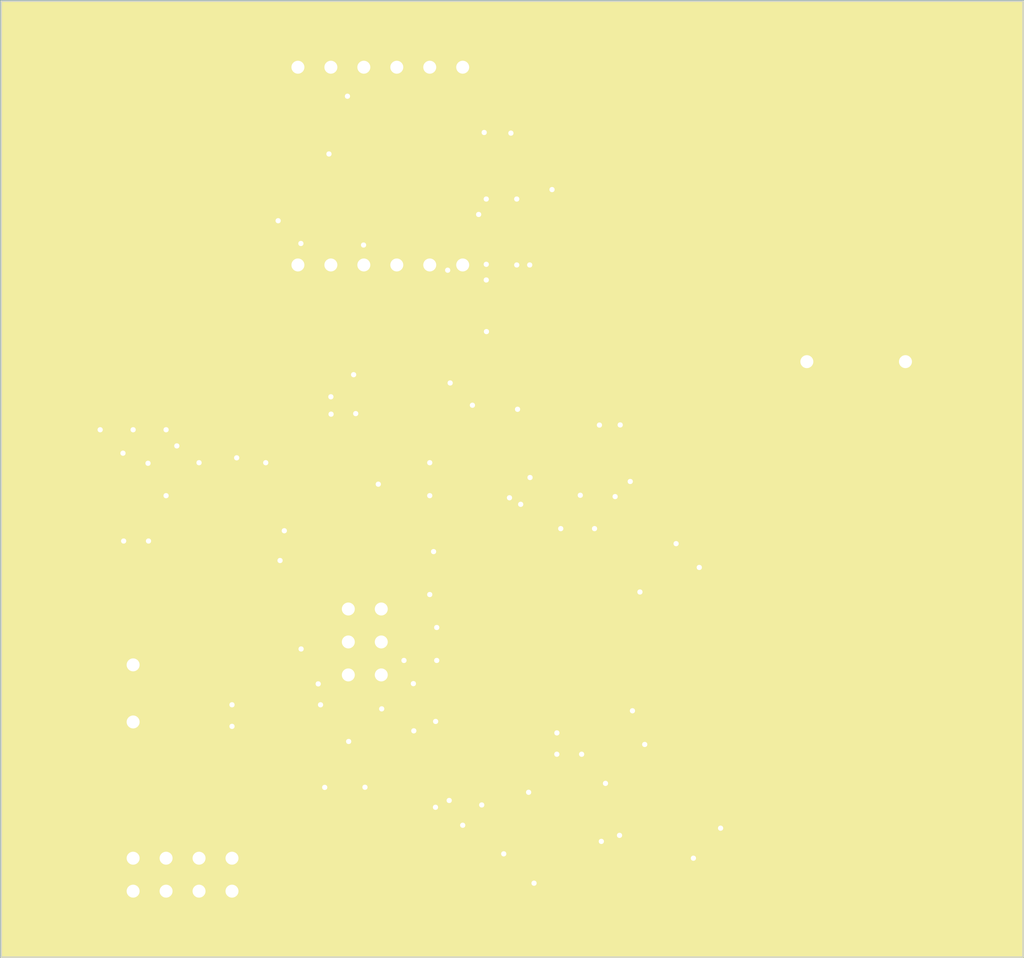
<source format=kicad_pcb>
(kicad_pcb (version 20221018) (generator pcbnew)
  (layers (0 "F.Cu" signal) (31 "B.Cu" signal) (34 "B.Paste" user) (35 "F.Paste" user) (36 "B.SilkS" user "B.Silkscreen") (37 "F.SilkS" user "F.Silkscreen") (38 "B.Mask" user) (39 "F.Mask" user) (44 "Edge.Cuts" user))
  (net 0 "")
  (net 1 "+5V")
  (net 2 "GND")
  (net 3 "XTAL1")
  (net 4 "XTAL2")
  (net 5 "/UCAP")
  (net 6 "/AREF")
  (net 7 "+3.3V")
  (net 8 "Net-(U5-BP)")
  (net 9 "Net-(D1-A)")
  (net 10 "Net-(D2-A)")
  (net 11 "Net-(D3-A)")
  (net 12 "Net-(J2-VBUS)")
  (net 13 "MISO")
  (net 14 "SCK")
  (net 15 "MOSI")
  (net 16 "RST")
  (net 17 "Net-(J2-D-)")
  (net 18 "Net-(J2-D+)")
  (net 20 "unconnected-(J2-Shield-Pad6)")
  (net 21 "TX")
  (net 23 "Net-(J3-Pin_5)")
  (net 24 "RX")
  (net 25 "Buzzer")
  (net 26 "Button_1")
  (net 27 "Button_2")
  (net 28 "RED_LED")
  (net 29 "GREEN_LED")
  (net 30 "a")
  (net 31 "Net-(U1-a)")
  (net 32 "b")
  (net 33 "Net-(U1-b)")
  (net 34 "c")
  (net 35 "Net-(U1-c)")
  (net 36 "d")
  (net 37 "Net-(U1-d)")
  (net 38 "e")
  (net 39 "Net-(U1-e)")
  (net 40 "f")
  (net 41 "Net-(U1-f)")
  (net 42 "g")
  (net 43 "Net-(U1-g)")
  (net 44 "dp")
  (net 45 "Net-(U1-DPX)")
  (net 46 "USB_CONN_D+")
  (net 47 "USB_CONN_D-")
  (net 52 "Dig4")
  (net 53 "Dig3")
  (net 54 "Dig2")
  (net 55 "Dig1")
  (net 57 "SH_CP")
  (net 58 "ST_CP")
  (net 59 "DS")
  (net 60 "USB_D-")
  (net 61 "USB_D+")
  (footprint "Buzzer_Beeper:Buzzer_12x9.5RM7.6" (layer "F.Cu") (at 161.142515 68.412123)
    (fp_text reference "LS1")
    (fp_text value "Speaker")
  )
  (footprint "Capacitor_SMD:C_0603_1608Metric" (layer "F.Cu") (at 137.110835 76.752452 -90)
    (fp_text reference "C6")
    (fp_text value "0.1uF")
  )
  (footprint "Resistor_SMD:R_0805_2012Metric" (layer "F.Cu") (at 121.0075 66.04)
    (fp_text reference "R9")
    (fp_text value "100")
  )
  (footprint "Capacitor_SMD:C_0603_1608Metric" (layer "F.Cu") (at 109.98941 85.622526)
    (fp_text reference "C15")
    (fp_text value "10nF")
  )
  (footprint "Capacitor_SMD:C_0603_1608Metric" (layer "F.Cu") (at 149.085 81.28)
    (fp_text reference "C3")
    (fp_text value "22p")
  )
  (footprint "Resistor_SMD:R_0805_2012Metric" (layer "F.Cu") (at 152.4 103.2275 -90)
    (fp_text reference "R2")
    (fp_text value "10k")
  )
  (footprint "Resistor_SMD:R_0805_2012Metric" (layer "F.Cu") (at 134.10728 66.113747)
    (fp_text reference "R6")
    (fp_text value "100")
  )
  (footprint "Resistor_SMD:R_0603_1608Metric" (layer "F.Cu") (at 117.677836 77.782581)
    (fp_text reference "R16")
    (fp_text value "1k")
  )
  (footprint "Capacitor_SMD:C_0603_1608Metric" (layer "F.Cu") (at 105.298444 85.524196)
    (fp_text reference "C14")
    (fp_text value "2.2uF")
  )
  (footprint "Fuse:Fuse_1812_4532Metric" (layer "F.Cu") (at 116.314683 83.092393)
    (fp_text reference "F1")
    (fp_text value "PTCSMD")
  )
  (footprint "Resistor_SMD:R_0805_2012Metric" (layer "F.Cu") (at 125.325443 66.04)
    (fp_text reference "R8")
    (fp_text value "100")
  )
  (footprint "Capacitor_SMD:C_0603_1608Metric" (layer "F.Cu") (at 169.405 78.74)
    (fp_text reference "C5")
    (fp_text value "0.1uF")
  )
  (footprint "Package_TO_SOT_SMD:SOT-23-5" (layer "F.Cu") (at 107.8175 79.69)
    (fp_text reference "U5")
    (fp_text value "LP2985-3.3")
  )
  (footprint "Capacitor_SMD:C_0603_1608Metric" (layer "F.Cu") (at 120.155 99.06 180)
    (fp_text reference "C7")
    (fp_text value "0.1uF")
  )
  (footprint "Connector_PinSocket_2.54mm:PinSocket_2x03_P2.54mm_Vertical" (layer "F.Cu") (at 125.804591 92.554388 180)
    (fp_text reference "J1")
    (fp_text value "AVR-ISP-6")
  )
  (footprint "Resistor_SMD:R_0603_1608Metric" (layer "F.Cu") (at 116.676116 94.242212)
    (fp_text reference "R14")
    (fp_text value "22")
  )
  (footprint "Capacitor_SMD:C_0805_2012Metric" (layer "F.Cu") (at 124.033382 81.509436)
    (fp_text reference "C8")
    (fp_text value "10uF")
  )
  (footprint "Connector_PinSocket_2.54mm:PinSocket_2x04_P2.54mm_Vertical" (layer "F.Cu") (at 116.84 109.22 -90)
    (fp_text reference "J3")
    (fp_text value "ESP_Conn")
  )
  (footprint "Resistor_SMD:R_0603_1608Metric" (layer "F.Cu") (at 129.720271 101.272233)
    (fp_text reference "R13")
    (fp_text value "10k")
  )
  (footprint "LED_SMD:LED_0805_2012Metric" (layer "F.Cu") (at 154.023924 71.388766)
    (fp_text reference "D2")
    (fp_text value "LED")
  )
  (footprint "Package_SO:TSSOP-16_4.4x5mm_P0.65mm" (layer "F.Cu") (at 127 76.2)
    (fp_text reference "U2")
    (fp_text value "74HC595")
  )
  (footprint "Resistor_SMD:R_0805_2012Metric" (layer "F.Cu") (at 152.4 93.0675 90)
    (fp_text reference "R1")
    (fp_text value "10k")
  )
  (footprint "Resistor_SMD:R_0805_2012Metric" (layer "F.Cu") (at 148.413357 76.255311)
    (fp_text reference "R3")
    (fp_text value "330")
  )
  (footprint "Capacitor_SMD:C_0603_1608Metric" (layer "F.Cu") (at 141.465 71.12)
    (fp_text reference "C12")
    (fp_text value "0.1uF")
  )
  (footprint "Capacitor_SMD:C_0603_1608Metric" (layer "F.Cu") (at 133.845 78.74)
    (fp_text reference "C10")
    (fp_text value "0.1uF")
  )
  (footprint "Resistor_SMD:R_0805_2012Metric" (layer "F.Cu") (at 116.598669 65.990835)
    (fp_text reference "R10")
    (fp_text value "100")
  )
  (footprint "Resistor_SMD:R_0805_2012Metric" (layer "F.Cu") (at 112.6725 66.04)
    (fp_text reference "R12")
    (fp_text value "100")
  )
  (footprint "Package_QFP:TQFP-44_10x10mm_P0.8mm" (layer "F.Cu") (at 139.7 88.9)
    (fp_text reference "U3")
    (fp_text value "ATmega32U4-A")
  )
  (footprint "Resistor_SMD:R_0603_1608Metric" (layer "F.Cu") (at 116.670532 92.275616)
    (fp_text reference "R15")
    (fp_text value "22")
  )
  (footprint "Resistor_SMD:R_0805_2012Metric" (layer "F.Cu") (at 154.0275 76.2)
    (fp_text reference "R4")
    (fp_text value "330")
  )
  (footprint "Display_7Segment:CA56-12EWA" (layer "F.Cu") (at 134.62 45.72 -90)
    (fp_text reference "U1")
    (fp_text value "CA56-12EWA")
  )
  (footprint "Crystal:Crystal_SMD_Abracon_ABM8G-4Pin_3.2x2.5mm" (layer "F.Cu") (at 144.204238 107.832996)
    (fp_text reference "Y1")
    (fp_text value "16MHz")
  )
  (footprint "Package_TO_SOT_SMD:SOT-23-6" (layer "F.Cu") (at 120.9043 93.275302)
    (fp_text reference "U4")
    (fp_text value "USBLC6-2SC6")
  )
  (footprint "PTS125_SMD_Button:PTS125_SMD_Button" (layer "F.Cu") (at 165.1 104)
    (fp_text reference "S2")
    (fp_text value "PTS125SM43SMTR21M_LFS" hide)
  )
  (footprint "Resistor_SMD:R_0603_1608Metric" (layer "F.Cu") (at 116.84352 103.076245)
    (fp_text reference "R17")
    (fp_text value "10k")
  )
  (footprint "Capacitor_SMD:C_0603_1608Metric" (layer "F.Cu") (at 107.455 71.12)
    (fp_text reference "C13")
    (fp_text value "1uF")
  )
  (footprint "LED_SMD:LED_0805_2012Metric" (layer "F.Cu") (at 117.7775 73.66)
    (fp_text reference "D3")
    (fp_text value "LED")
  )
  (footprint "Capacitor_SMD:C_0603_1608Metric" (layer "F.Cu") (at 137.935 104.14)
    (fp_text reference "C2")
    (fp_text value "22p")
  )
  (footprint "Capacitor_SMD:C_0603_1608Metric" (layer "F.Cu") (at 131.305 71.12)
    (fp_text reference "C1")
    (fp_text value "0.1u")
  )
  (footprint "Resistor_SMD:R_0805_2012Metric" (layer "F.Cu") (at 138.7875 66.04)
    (fp_text reference "R5")
    (fp_text value "100")
  )
  (footprint "Capacitor_SMD:C_0603_1608Metric" (layer "F.Cu") (at 130.315 83.82 180)
    (fp_text reference "C9")
    (fp_text value "1uF")
  )
  (footprint "Capacitor_SMD:C_0603_1608Metric" (layer "F.Cu") (at 153.972434 107.966294 90)
    (fp_text reference "C11")
    (fp_text value "0.1uF")
  )
  (footprint "Resistor_SMD:R_0805_2012Metric" (layer "F.Cu") (at 129.54 66.04)
    (fp_text reference "R7")
    (fp_text value "100")
  )
  (footprint "PTS125_SMD_Button:PTS125_SMD_Button" (layer "F.Cu") (at 165.1 88.9)
    (fp_text reference "S1")
    (fp_text value "PTS125SM43SMTR21M_LFS" hide)
  )
  (footprint "Resistor_SMD:R_0805_2012Metric" (layer "F.Cu") (at 142.636268 65.917087)
    (fp_text reference "R11")
    (fp_text value "100")
  )
  (footprint "Connector_USB:USB_Mini-B_Lumberg_2486_01_Horizontal" (layer "F.Cu") (at 109.22 93.98 -90)
    (fp_text reference "J2")
    (fp_text value "USB_B_Mini")
  )
  (footprint "Capacitor_SMD:C_0603_1608Metric" (layer "F.Cu") (at 151.625 88.9)
    (fp_text reference "C4")
    (fp_text value "0.1uF")
  )
  (footprint "LED_SMD:LED_0805_2012Metric" (layer "F.Cu") (at 148.616346 71.444077)
    (fp_text reference "D1")
    (fp_text value "LED")
  )
  (footprint "PTS526_SMD_Button:PTS526_SMD_Button" (layer "F.Cu") (at 130 108.53)
    (fp_text reference "S3")
    (fp_text value "PTS526_SM08_SMTR2_LFS")
  )
  (gr_rect (start 99.06 40.64) (end 177.8 114.3) (stroke (width 0.2)) (fill none) (layer "B.Cu"))
  (gr_rect (start 99.06 40.64) (end 177.8 114.3) (stroke (width 0.15)) (fill none) (layer "F.SilkS"))
  (gr_rect (start 99.06 40.64) (end 177.8 114.3) (stroke (width 0.1)) (fill none) (layer "Edge.Cuts"))
  (gr_text "Board V1 - 04.20" (at 162.56 43.18) (layer "F.SilkS") (effects (font (size 1 1)) (justify left bottom)))
  (segment (start 155.198198 84.551802) (end 154.165 85.585) (width 0.25) (layer "F.Cu") (net 1))
  (segment (start 118.452183 83.092393) (end 120.7543 85.39451) (width 0.25) (layer "F.Cu") (net 1))
  (segment (start 106.68 80.64) (end 107.620749 80.64) (width 0.25) (layer "F.Cu") (net 1))
  (segment (start 147.65 92.1) (end 145.4 92.1) (width 0.25) (layer "F.Cu") (net 1))
  (segment (start 137.3 94.6) (end 137.3 101.362233) (width 0.25) (layer "F.Cu") (net 1))
  (segment (start 107.922498 77.497501) (end 109.176298 76.243702) (width 0.25) (layer "F.Cu") (net 1))
  (segment (start 132.08 76.296041) (end 130.551041 77.825) (width 0.25) (layer "F.Cu") (net 1))
  (segment (start 132.221616 102.030375) (end 132.020291 102.2317) (width 0.25) (layer "F.Cu") (net 1))
  (segment (start 121.821295 99.06) (end 123.984551 101.223256) (width 0.25) (layer "F.Cu") (net 1))
  (segment (start 128.376617 95.170508) (end 128.344591 95.138482) (width 0.25) (layer "F.Cu") (net 1))
  (segment (start 143.7 78.727106) (end 143.682277 78.709383) (width 0.25) (layer "F.Cu") (net 1))
  (segment (start 125.830967 97.689033) (end 125.830967 97.683382) (width 0.25) (layer "F.Cu") (net 1))
  (segment (start 133.578967 102.2317) (end 133.377642 102.030375) (width 0.25) (layer "F.Cu") (net 1))
  (segment (start 138.225016 77.091633) (end 137.110835 75.977452) (width 0.25) (layer "F.Cu") (net 1))
  (segment (start 108.437717 75.466882) (end 109.590361 75.466882) (width 0.25) (layer "F.Cu") (net 1))
  (segment (start 167.64 81.28) (end 155.456396 81.28) (width 0.25) (layer "F.Cu") (net 1))
  (segment (start 157.95 91.4) (end 157.95 89.37) (width 0.25) (layer "F.Cu") (net 1))
  (segment (start 114.3 76.2) (end 115.270255 76.2) (width 0.25) (layer "F.Cu") (net 1))
  (segment (start 107.944349 77.519352) (end 107.922498 77.497501) (width 0.25) (layer "F.Cu") (net 1))
  (segment (start 129.854738 102.2317) (end 128.895271 101.272233) (width 0.25) (layer "F.Cu") (net 1))
  (segment (start 129.8625 71.7875) (end 129.8625 73.925) (width 0.25) (layer "F.Cu") (net 1))
  (segment (start 167.64 81.28) (end 168.63 80.29) (width 0.25) (layer "F.Cu") (net 1))
  (segment (start 122.426051 93.275302) (end 123.130749 93.98) (width 0.25) (layer "F.Cu") (net 1))
  (segment (start 130.53 71.12) (end 129.8625 71.7875) (width 0.25) (layer "F.Cu") (net 1))
  (segment (start 120.93 99.06) (end 121.821295 99.06) (width 0.25) (layer "F.Cu") (net 1))
  (segment (start 115.270255 76.2) (end 116.852836 77.782581) (width 0.25) (layer "F.Cu") (net 1))
  (segment (start 116.852836 77.782581) (end 120.514138 81.443883) (width 0.25) (layer "F.Cu") (net 1))
  (segment (start 132.020291 102.2317) (end 129.854738 102.2317) (width 0.25) (layer "F.Cu") (net 1))
  (segment (start 168.63 78.74) (end 168.63 80.29) (width 0.25) (layer "F.Cu") (net 1))
  (segment (start 155.456396 81.28) (end 155.198198 81.538198) (width 0.25) (layer "F.Cu") (net 1))
  (segment (start 120.7543 92.434602) (end 121.595 93.275302) (width 0.25) (layer "F.Cu") (net 1))
  (segment (start 128.895271 101.272233) (end 127.147306 101.272233) (width 0.25) (layer "F.Cu") (net 1))
  (segment (start 123.130749 93.98) (end 126.918979 93.98) (width 0.25) (layer "F.Cu") (net 1))
  (segment (start 137.110835 75.977452) (end 135.832548 75.977452) (width 0.25) (layer "F.Cu") (net 1))
  (segment (start 120.543194 83.738246) (end 119.098036 83.738246) (width 0.25) (layer "F.Cu") (net 1))
  (segment (start 120.936513 81.509436) (end 120.87096 81.443883) (width 0.25) (layer "F.Cu") (net 1))
  (segment (start 128.344591 95.138482) (end 128.344591 92.554388) (width 0.25) (layer "F.Cu") (net 1))
  (segment (start 107.620749 80.64) (end 107.944349 80.3164) (width 0.25) (layer "F.Cu") (net 1))
  (segment (start 121.595 93.275302) (end 122.0418 93.275302) (width 0.25) (layer "F.Cu") (net 1))
  (segment (start 127.147306 101.272233) (end 127.087404 101.212331) (width 0.25) (layer "F.Cu") (net 1))
  (segment (start 138.225016 78.9025) (end 138.225016 77.091633) (width 0.25) (layer "F.Cu") (net 1))
  (segment (start 106.68 71.12) (end 106.68 73.66) (width 0.25) (layer "F.Cu") (net 1))
  (segment (start 120.7543 85.39451) (end 120.7543 92.434602) (width 0.25) (layer "F.Cu") (net 1))
  (segment (start 130.551041 77.825) (end 129.8625 77.825) (width 0.25) (layer "F.Cu") (net 1))
  (segment (start 120.514138 81.443883) (end 120.87096 81.443883) (width 0.25) (layer "F.Cu") (net 1))
  (segment (start 126.918979 93.98) (end 128.344591 92.554388) (width 0.25) (layer "F.Cu") (net 1))
  (segment (start 156.213728 106.5) (end 157.95 106.5) (width 0.25) (layer "F.Cu") (net 1))
  (segment (start 106.68 78.74) (end 107.922498 77.497501) (width 0.25) (layer "F.Cu") (net 1))
  (segment (start 123.984551 101.223256) (end 123.984551 99.535449) (width 0.25) (layer "F.Cu") (net 1))
  (segment (start 123.984551 99.535449) (end 125.830967 97.689033) (width 0.25) (layer "F.Cu") (net 1))
  (segment (start 154.165 85.585) (end 150.85 88.9) (width 0.25) (layer "F.Cu") (net 1))
  (segment (start 133.07 78.74) (end 132.08 78.74) (width 0.25) (layer "F.Cu") (net 1))
  (segment (start 135.832548 75.977452) (end 133.07 78.74) (width 0.25) (layer "F.Cu") (net 1))
  (segment (start 137.3 101.362233) (end 136.086378 102.575855) (width 0.25) (layer "F.Cu") (net 1))
  (segment (start 123.083382 81.509436) (end 120.936513 81.509436) (width 0.25) (layer "F.Cu") (net 1))
  (segment (start 109.176298 76.243702) (end 110.367181 76.243702) (width 0.25) (layer "F.Cu") (net 1))
  (segment (start 109.590361 75.466882) (end 110.367181 76.243702) (width 0.25) (layer "F.Cu") (net 1))
  (segment (start 119.098036 83.738246) (end 118.452183 83.092393) (width 0.25) (layer "F.Cu") (net 1))
  (segment (start 133.377642 102.030375) (end 132.221616 102.030375) (width 0.25) (layer "F.Cu") (net 1))
  (segment (start 157.95 89.37) (end 154.165 85.585) (width 0.25) (layer "F.Cu") (net 1))
  (segment (start 150.85 88.9) (end 147.65 92.1) (width 0.25) (layer "F.Cu") (net 1))
  (segment (start 132.08 76.2) (end 132.08 76.296041) (width 0.25) (layer "F.Cu") (net 1))
  (segment (start 153.972434 108.741294) (end 156.213728 106.5) (width 0.25) (layer "F.Cu") (net 1))
  (segment (start 155.198198 81.538198) (end 155.198198 84.551802) (width 0.25) (layer "F.Cu") (net 1))
  (segment (start 107.944349 80.3164) (end 107.944349 77.519352) (width 0.25) (layer "F.Cu") (net 1))
  (segment (start 122.0418 93.275302) (end 122.426051 93.275302) (width 0.25) (layer "F.Cu") (net 1))
  (segment (start 143.7 83.2) (end 143.7 78.727106) (width 0.25) (layer "F.Cu") (net 1))
  (via (at 123.984551 101.223256) (size 0.8) (drill 0.4) (layers "F.Cu" "B.Cu") (net 1))
  (via (at 132.08 76.2) (size 0.8) (drill 0.4) (layers "F.Cu" "B.Cu") (net 1))
  (via (at 120.543194 83.738246) (size 0.8) (drill 0.4) (layers "F.Cu" "B.Cu") (net 1))
  (via (at 143.682277 78.709383) (size 0.8) (drill 0.4) (layers "F.Cu" "B.Cu") (net 1))
  (via (at 132.08 78.74) (size 0.8) (drill 0.4) (layers "F.Cu" "B.Cu") (net 1))
  (via (at 133.578967 102.2317) (size 0.8) (drill 0.4) (layers "F.Cu" "B.Cu") (net 1))
  (via (at 120.87096 81.443883) (size 0.8) (drill 0.4) (layers "F.Cu" "B.Cu") (net 1))
  (via (at 110.367181 76.243702) (size 0.8) (drill 0.4) (layers "F.Cu" "B.Cu") (net 1))
  (via (at 136.086378 102.575855) (size 0.8) (drill 0.4) (layers "F.Cu" "B.Cu") (net 1))
  (via (at 106.68 73.66) (size 0.8) (drill 0.4) (layers "F.Cu" "B.Cu") (net 1))
  (via (at 114.3 76.2) (size 0.8) (drill 0.4) (layers "F.Cu" "B.Cu") (net 1))
  (via (at 127.087404 101.212331) (size 0.8) (drill 0.4) (layers "F.Cu" "B.Cu") (net 1))
  (via (at 138.225016 78.9025) (size 0.8) (drill 0.4) (layers "F.Cu" "B.Cu") (net 1))
  (via (at 128.376617 95.170508) (size 0.8) (drill 0.4) (layers "F.Cu" "B.Cu") (net 1))
  (via (at 125.830967 97.683382) (size 0.8) (drill 0.4) (layers "F.Cu" "B.Cu") (net 1))
  (via (at 108.437717 75.466882) (size 0.8) (drill 0.4) (layers "F.Cu" "B.Cu") (net 1))
  (segment (start 125.830967 97.683382) (end 128.343841 95.170508) (width 0.25) (layer "B.Cu") (net 1))
  (segment (start 143.682277 78.709383) (end 142.260203 80.131457) (width 0.25) (layer "B.Cu") (net 1))
  (segment (start 132.08 78.74) (end 132.08 76.2) (width 0.25) (layer "B.Cu") (net 1))
  (segment (start 128.343841 95.170508) (end 128.376617 95.170508) (width 0.25) (layer "B.Cu") (net 1))
  (segment (start 127.087404 101.212331) (end 123.995476 101.212331) (width 0.25) (layer "B.Cu") (net 1))
  (segment (start 136.086378 102.575855) (end 135.742223 102.2317) (width 0.25) (layer "B.Cu") (net 1))
  (segment (start 120.87096 83.41048) (end 120.543194 83.738246) (width 0.25) (layer "B.Cu") (net 1))
  (segment (start 123.995476 101.212331) (end 123.984551 101.223256) (width 0.25) (layer "B.Cu") (net 1))
  (segment (start 138.225016 79.568609) (end 138.225016 78.9025) (width 0.25) (layer "B.Cu") (net 1))
  (segment (start 110.410883 76.2) (end 114.3 76.2) (width 0.25) (layer "B.Cu") (net 1))
  (segment (start 138.787864 80.131457) (end 138.225016 79.568609) (width 0.25) (layer "B.Cu") (net 1))
  (segment (start 135.742223 102.2317) (end 133.578967 102.2317) (width 0.25) (layer "B.Cu") (net 1))
  (segment (start 108.437717 75.417717) (end 108.437717 75.466882) (width 0.25) (layer "B.Cu") (net 1))
  (segment (start 142.260203 80.131457) (end 138.787864 80.131457) (width 0.25) (layer "B.Cu") (net 1))
  (segment (start 120.87096 81.443883) (end 120.87096 83.41048) (width 0.25) (layer "B.Cu") (net 1))
  (segment (start 106.68 73.66) (end 108.437717 75.417717) (width 0.25) (layer "B.Cu") (net 1))
  (segment (start 110.367181 76.243702) (end 110.410883 76.2) (width 0.25) (layer "B.Cu") (net 1))
  (segment (start 116.84 73.66) (end 116.84 75.462338) (width 0.25) (layer "F.Cu") (net 2))
  (segment (start 145.156743 73.299457) (end 142.9 75.5562) (width 0.25) (layer "F.Cu") (net 2))
  (segment (start 128.079436 81.509436) (end 128.695 82.125) (width 0.25) (layer "F.Cu") (net 2))
  (segment (start 151.655 92.9) (end 145.4 92.9) (width 0.25) (layer "F.Cu") (net 2))
  (segment (start 124.629591 88.568367) (end 124.629591 86.190409) (width 0.25) (layer "F.Cu") (net 2))
  (segment (start 121.7145 78.475) (end 124.1375 78.475) (width 0.25) (layer "F.Cu") (net 2))
  (segment (start 137.110835 77.527452) (end 135.898287 78.74) (width 0.25) (layer "F.Cu") (net 2))
  (segment (start 170.18 78.74) (end 170.18 69.849608) (width 0.25) (layer "F.Cu") (net 2))
  (segment (start 119.38 99.06) (end 117.78 99.06) (width 0.25) (layer "F.Cu") (net 2))
  (segment (start 136.425 82.125) (end 136.5 82.2) (width 0.25) (layer "F.Cu") (net 2))
  (segment (start 106.68 79.69) (end 106.295749 79.69) (width 0.25) (layer "F.Cu") (net 2))
  (segment (start 152.4 88.9) (end 152.4 92.155) (width 0.25) (layer "F.Cu") (net 2))
  (segment (start 142.9 75.5562) (end 142.9 83.2) (width 0.25) (layer "F.Cu") (net 2))
  (segment (start 119.4395 76.2) (end 121.7145 78.475) (width 0.25) (layer "F.Cu") (net 2))
  (segment (start 136.5 82.2) (end 136.5 83.2) (width 0.25) (layer "F.Cu") (net 2))
  (segment (start 108.23 71.12) (end 109.22 72.11) (width 0.25) (layer "F.Cu") (net 2))
  (segment (start 146.653542 73.288531) (end 146.758205 73.288531) (width 0.25) (layer "F.Cu") (net 2))
  (segment (start 142.24 71.12) (end 144.419457 73.299457) (width 0.25) (layer "F.Cu") (net 2))
  (segment (start 137.16 104.14) (end 138.1 103.2) (width 0.25) (layer "F.Cu") (net 2))
  (segment (start 137.16 104.14) (end 134.62 104.14) (width 0.25) (layer "F.Cu") (net 2))
  (segment (start 116.84 75.462338) (end 117.200355 75.822693) (width 0.25) (layer "F.Cu") (net 2))
  (segment (start 144.419457 73.299457) (end 145.156743 73.299457) (width 0.25) (layer "F.Cu") (net 2))
  (segment (start 145.304238 108.682996) (end 147.857004 108.682996) (width 0.25) (layer "F.Cu") (net 2))
  (segment (start 129.54 82.97) (end 128.695 82.125) (width 0.25) (layer "F.Cu") (net 2))
  (segment (start 167.417515 67.087123) (end 157.388067 67.087123) (width 0.25) (layer "F.Cu") (net 2))
  (segment (start 132.587849 71.12) (end 133.653277 70.054572) (width 0.25) (layer "F.Cu") (net 2))
  (segment (start 106.073444 85.524196) (end 106.971774 86.422526) (width 0.25) (layer "F.Cu") (net 2))
  (segment (start 128.344591 87.474388) (end 127.169591 88.649388) (width 0.25) (layer "F.Cu") (net 2))
  (segment (start 111.76 73.66) (end 116.84 73.66) (width 0.25) (layer "F.Cu") (net 2))
  (segment (start 136.5 80.62) (end 136.5 83.2) (width 0.25) (layer "F.Cu") (net 2))
  (segment (start 113.832369 73.66) (end 116.84 73.66) (width 0.25) (layer "F.Cu") (net 2))
  (segment (start 119.59989 93.442212) (end 119.215639 93.442212) (width 0.25) (layer "F.Cu") (net 2))
  (segment (start 157.388067 67.087123) (end 153.086424 71.388766) (width 0.25) (layer "F.Cu") (net 2))
  (segment (start 143.104238 105.815762) (end 144.78 104.14) (width 0.25) (layer "F.Cu") (net 2))
  (segment (start 170.18 69.849608) (end 168.742515 68.412123) (width 0.25) (layer "F.Cu") (net 2))
  (segment (start 127.169591 88.649388) (end 124.710612 88.649388) (width 0.25) (layer "F.Cu") (net 2))
  (segment (start 106.295749 79.69) (end 105.6925 79.086751) (width 0.25) (layer "F.Cu") (net 2))
  (segment (start 119.215639 93.442212) (end 118.7793 93.878551) (width 0.25) (layer "F.Cu") (net 2))
  (segment (start 128.695 82.125) (end 136.425 82.125) (width 0.25) (layer "F.Cu") (net 2))
  (segment (start 138.1 103.2) (end 138.1 94.6) (width 0.25) (layer "F.Cu") (net 2))
  (segment (start 128.597296 106.68) (end 127 106.68) (width 0.25) (layer "F.Cu") (net 2))
  (segment (start 143.104238 106.982996) (end 143.104238 105.815762) (width 0.25) (layer "F.Cu") (net 2))
  (segment (start 129.54 83.82) (end 129.54 82.97) (width 0.25) (layer "F.Cu") (net 2))
  (segment (start 106.971774 86.422526) (end 109.96441 86.422526) (width 0.25) (layer "F.Cu") (net 2))
  (segment (start 119.7668 93.275302) (end 119.59989 93.442212) (width 0.25) (layer "F.Cu") (net 2))
  (segment (start 152.4 105.61886) (end 152.4 104.14) (width 0.25) (layer "F.Cu") (net 2))
  (segment (start 105.6925 79.086751) (end 105.6925 77.1875) (width 0.25) (layer "F.Cu") (net 2))
  (segment (start 153.972434 107.191294) (end 152.4 105.61886) (width 0.25) (layer "F.Cu") (net 2))
  (segment (start 144.78 104.14) (end 152.4 104.14) (width 0.25) (layer "F.Cu") (net 2))
  (segment (start 124.46 109.22) (end 127 106.68) (width 0.25) (layer "F.Cu") (net 2))
  (segment (start 109.22 72.11) (end 109.22 73.66) (width 0.25) (layer "F.Cu") (net 2))
  (segment (start 146.653542 72.469381) (end 146.653542 73.288531) (width 0.25) (layer "F.Cu") (net 2))
  (segment (start 118.7793 94.5807) (end 117.78 95.58) (width 0.25) (layer "F.Cu") (net 2))
  (segment (start 152.4 92.155) (end 151.655 92.9) (width 0.25) (layer "F.Cu") (net 2))
  (segment (start 109.96441 86.422526) (end 110.76441 85.622526) (width 0.25) (layer "F.Cu") (net 2))
  (segment (start 168.742515 68.412123) (end 167.417515 67.087123) (width 0.25) (layer "F.Cu") (net 2))
  (segment (start 147.857004 108.682996) (end 152.4 104.14) (width 0.25) (layer "F.Cu") (net 2))
  (segment (start 116.84 109.22) (end 124.46 109.22) (width 0.25) (layer "F.Cu") (net 2))
  (segment (start 118.7793 93.878551) (end 118.7793 94.5807) (width 0.25) (layer "F.Cu") (net 2))
  (segment (start 132.08 71.12) (end 132.587849 71.12) (width 0.25) (layer "F.Cu") (net 2))
  (segment (start 124.710612 88.649388) (end 124.629591 88.568367) (width 0.25) (layer "F.Cu") (net 2))
  (segment (start 117.78 95.58) (end 114.3 95.58) (width 0.25) (layer "F.Cu") (net 2))
  (segment (start 131.263468 75.875) (end 129.8625 75.875) (width 0.25) (layer "F.Cu") (net 2))
  (segment (start 110.76441 85.622526) (end 111.76 84.626936) (width 0.25) (layer "F.Cu") (net 2))
  (segment (start 135.368587 71.769881) (end 131.263468 75.875) (width 0.25) (layer "F.Cu") (net 2))
  (segment (start 111.76 84.626936) (end 111.76 78.74) (width 0.25) (layer "F.Cu") (net 2))
  (segment (start 147.678846 71.444077) (end 146.653542 72.469381) (width 0.25) (layer "F.Cu") (net 2))
  (segment (start 124.983382 81.509436) (end 128.079436 81.509436) (width 0.25) (layer "F.Cu") (net 2))
  (segment (start 135.898287 78.74) (end 134.62 78.74) (width 0.25) (layer "F.Cu") (net 2))
  (segment (start 112.587797 74.904572) (end 113.832369 73.66) (width 0.25) (layer "F.Cu") (net 2))
  (segment (start 132.521921 102.755375) (end 128.597296 106.68) (width 0.25) (layer "F.Cu") (net 2))
  (segment (start 124.629591 86.190409) (end 128.695 82.125) (width 0.25) (layer "F.Cu") (net 2))
  (segment (start 134.62 78.74) (end 136.5 80.62) (width 0.25) (layer "F.Cu") (net 2))
  (segment (start 105.6925 77.1875) (end 109.22 73.66) (width 0.25) (layer "F.Cu") (net 2))
  (segment (start 114.3 95.58) (end 111.92 95.58) (width 0.25) (layer "F.Cu") (net 2))
  (segment (start 117.78 99.06) (end 114.3 95.58) (width 0.25) (layer "F.Cu") (net 2))
  (via (at 109.22 73.66) (size 0.8) (drill 0.4) (layers "F.Cu" "B.Cu") (net 2))
  (via (at 132.521921 102.755375) (size 0.8) (drill 0.4) (layers "F.Cu" "B.Cu") (net 2))
  (via (at 112.587797 74.904572) (size 0.8) (drill 0.4) (layers "F.Cu" "B.Cu") (net 2))
  (via (at 134.62 104.14) (size 0.8) (drill 0.4) (layers "F.Cu" "B.Cu") (net 2))
  (via (at 135.368587 71.769881) (size 0.8) (drill 0.4) (layers "F.Cu" "B.Cu") (net 2))
  (via (at 119.4395 76.2) (size 0.8) (drill 0.4) (layers "F.Cu" "B.Cu") (net 2))
  (via (at 111.76 73.66) (size 0.8) (drill 0.4) (layers "F.Cu" "B.Cu") (net 2))
  (via (at 117.200355 75.822693) (size 0.8) (drill 0.4) (layers "F.Cu" "B.Cu") (net 2))
  (via (at 145.156743 73.299457) (size 0.8) (drill 0.4) (layers "F.Cu" "B.Cu") (net 2))
  (via (at 133.653277 70.054572) (size 0.8) (drill 0.4) (layers "F.Cu" "B.Cu") (net 2))
  (via (at 111.76 78.74) (size 0.8) (drill 0.4) (layers "F.Cu" "B.Cu") (net 2))
  (via (at 146.758205 73.288531) (size 0.8) (drill 0.4) (layers "F.Cu" "B.Cu") (net 2))
  (segment (start 109.22 73.66) (end 111.76 73.66) (width 0.25) (layer "B.Cu") (net 2))
  (segment (start 109.642181 75.943397) (end 110.681006 74.904572) (width 0.25) (layer "B.Cu") (net 2))
  (segment (start 117.200355 75.822693) (end 119.062193 75.822693) (width 0.25) (layer "B.Cu") (net 2))
  (segment (start 110.681006 74.904572) (end 112.587797 74.904572) (width 0.25) (layer "B.Cu") (net 2))
  (segment (start 133.906546 104.14) (end 132.521921 102.755375) (width 0.25) (layer "B.Cu") (net 2))
  (segment (start 133.653277 70.054572) (end 133.653278 70.054572) (width 0.25) (layer "B.Cu") (net 2))
  (segment (start 145.167669 73.288531) (end 145.156743 73.299457) (width 0.25) (layer "B.Cu") (net 2))
  (segment (start 133.653278 70.054572) (end 135.368587 71.769881) (width 0.25) (layer "B.Cu") (net 2))
  (segment (start 119.062193 75.822693) (end 119.4395 76.2) (width 0.25) (layer "B.Cu") (net 2))
  (segment (start 111.76 78.74) (end 109.642181 76.622181) (width 0.25) (layer "B.Cu") (net 2))
  (segment (start 134.62 104.14) (end 133.906546 104.14) (width 0.25) (layer "B.Cu") (net 2))
  (segment (start 109.642181 76.622181) (end 109.642181 75.943397) (width 0.25) (layer "B.Cu") (net 2))
  (segment (start 146.758205 73.288531) (end 145.167669 73.288531) (width 0.25) (layer "B.Cu") (net 2))
  (segment (start 137.782004 105.067996) (end 138.71 104.14) (width 0.25) (layer "F.Cu") (net 3))
  (segment (start 140.194896 108.682996) (end 140.117338 108.605438) (width 0.25) (layer "F.Cu") (net 3))
  (segment (start 139.7 97.12927) (end 139.7 94.6) (width 0.25) (layer "F.Cu") (net 3))
  (segment (start 140.425 97.85427) (end 139.7 97.12927) (width 0.25) (layer "F.Cu") (net 3))
  (segment (start 137.782004 106.343852) (end 137.782004 105.067996) (width 0.25) (layer "F.Cu") (net 3))
  (segment (start 143.104238 108.682996) (end 140.194896 108.682996) (width 0.25) (layer "F.Cu") (net 3))
  (segment (start 140.425 102.425) (end 140.425 97.85427) (width 0.25) (layer "F.Cu") (net 3))
  (segment (start 138.71 104.14) (end 140.425 102.425) (width 0.25) (layer "F.Cu") (net 3))
  (via (at 140.117338 108.605438) (size 0.8) (drill 0.4) (layers "F.Cu" "B.Cu") (net 3))
  (via (at 137.782004 106.343852) (size 0.8) (drill 0.4) (layers "F.Cu" "B.Cu") (net 3))
  (segment (start 140.04359 108.605438) (end 137.782004 106.343852) (width 0.25) (layer "B.Cu") (net 3))
  (segment (start 140.117338 108.605438) (end 140.04359 108.605438) (width 0.25) (layer "B.Cu") (net 3))
  (segment (start 145.648391 100.912817) (end 145.62381 100.912817) (width 0.25) (layer "F.Cu") (net 4))
  (segment (start 148.278715 81.311285) (end 148.278715 86.16334) (width 0.25) (layer "F.Cu") (net 4))
  (segment (start 138.9 100.8) (end 138.9 94.6) (width 0.25) (layer "F.Cu") (net 4))
  (segment (start 139.7 101.6) (end 138.9 100.8) (width 0.25) (layer "F.Cu") (net 4))
  (segment (start 148.31 81.28) (end 148.278715 81.311285) (width 0.25) (layer "F.Cu") (net 4))
  (segment (start 145.304238 106.982996) (end 145.304238 105.385136) (width 0.25) (layer "F.Cu") (net 4))
  (segment (start 146.705438 104.919758) (end 145.769616 104.919758) (width 0.25) (layer "F.Cu") (net 4))
  (segment (start 145.769616 104.919758) (end 145.304238 105.385136) (width 0.25) (layer "F.Cu") (net 4))
  (segment (start 148.647452 97.913756) (end 145.648391 100.912817) (width 0.25) (layer "F.Cu") (net 4))
  (via (at 148.278715 86.16334) (size 0.8) (drill 0.4) (layers "F.Cu" "B.Cu") (net 4))
  (via (at 139.7 101.6) (size 0.8) (drill 0.4) (layers "F.Cu" "B.Cu") (net 4))
  (via (at 145.304238 105.385136) (size 0.8) (drill 0.4) (layers "F.Cu" "B.Cu") (net 4))
  (via (at 146.705438 104.919758) (size 0.8) (drill 0.4) (layers "F.Cu" "B.Cu") (net 4))
  (via (at 148.647452 97.913756) (size 0.8) (drill 0.4) (layers "F.Cu" "B.Cu") (net 4))
  (via (at 145.62381 100.912817) (size 0.8) (drill 0.4) (layers "F.Cu" "B.Cu") (net 4))
  (segment (start 143.485136 105.385136) (end 139.7 101.6) (width 0.25) (layer "B.Cu") (net 4))
  (segment (start 148.647452 86.532077) (end 148.647452 97.913756) (width 0.25) (layer "B.Cu") (net 4))
  (segment (start 145.62381 103.83813) (end 145.62381 100.912817) (width 0.25) (layer "B.Cu") (net 4))
  (segment (start 145.304238 105.385136) (end 143.485136 105.385136) (width 0.25) (layer "B.Cu") (net 4))
  (segment (start 148.278715 86.16334) (end 148.647452 86.532077) (width 0.25) (layer "B.Cu") (net 4))
  (segment (start 146.705438 104.919758) (end 145.62381 103.83813) (width 0.25) (layer "B.Cu") (net 4))
  (segment (start 132.6176 88.9) (end 134 88.9) (width 0.25) (layer "F.Cu") (net 5))
  (segment (start 132.08 84.81) (end 132.08 86.36) (width 0.25) (layer "F.Cu") (net 5))
  (segment (start 131.09 83.82) (end 132.08 84.81) (width 0.25) (layer "F.Cu") (net 5))
  (via (at 132.08 86.36) (size 0.8) (drill 0.4) (layers "F.Cu" "B.Cu") (net 5))
  (via (at 132.6176 88.9) (size 0.8) (drill 0.4) (layers "F.Cu" "B.Cu") (net 5))
  (segment (start 132.08 88.3624) (end 132.6176 88.9) (width 0.25) (layer "B.Cu") (net 5))
  (segment (start 132.08 86.36) (end 132.08 88.3624) (width 0.25) (layer "B.Cu") (net 5))
  (segment (start 139.088169 79.406457) (end 137.3 81.194626) (width 0.25) (layer "F.Cu") (net 6))
  (segment (start 140.69 71.12) (end 139.809255 72.000745) (width 0.25) (layer "F.Cu") (net 6))
  (segment (start 137.3 81.194626) (end 137.3 83.2) (width 0.25) (layer "F.Cu") (net 6))
  (segment (start 139.809255 72.000745) (end 139.809255 77.341531) (width 0.25) (layer "F.Cu") (net 6))
  (via (at 139.088169 79.406457) (size 0.8) (drill 0.4) (layers "F.Cu" "B.Cu") (net 6))
  (via (at 139.809255 77.341531) (size 0.8) (drill 0.4) (layers "F.Cu" "B.Cu") (net 6))
  (segment (start 139.809255 77.341531) (end 139.809255 78.685371) (width 0.25) (layer "B.Cu") (net 6))
  (segment (start 139.809255 78.685371) (end 139.088169 79.406457) (width 0.25) (layer "B.Cu") (net 6))
  (segment (start 114.3 106.68) (end 114.3 104.794765) (width 0.25) (layer "F.Cu") (net 7))
  (segment (start 104.523444 99.083444) (end 104.523444 85.524196) (width 0.25) (layer "F.Cu") (net 7))
  (segment (start 109.9425 81.773063) (end 109.9425 79.7275) (width 0.25) (layer "F.Cu") (net 7))
  (segment (start 104.523444 85.524196) (end 107.811844 82.235796) (width 0.25) (layer "F.Cu") (net 7))
  (segment (start 108.516245 103.076245) (end 104.523444 99.083444) (width 0.25) (layer "F.Cu") (net 7))
  (segment (start 109.9425 79.7275) (end 108.955 78.74) (width 0.25) (layer "F.Cu") (net 7))
  (segment (start 114.3 104.794765) (end 116.01852 103.076245) (width 0.25) (layer "F.Cu") (net 7))
  (segment (start 110.405233 82.235796) (end 109.9425 81.773063) (width 0.25) (layer "F.Cu") (net 7))
  (segment (start 116.01852 103.076245) (end 108.516245 103.076245) (width 0.25) (layer "F.Cu") (net 7))
  (segment (start 107.811844 82.235796) (end 108.48991 82.235796) (width 0.25) (layer "F.Cu") (net 7))
  (via (at 110.405233 82.235796) (size 0.8) (drill 0.4) (layers "F.Cu" "B.Cu") (net 7))
  (via (at 108.48991 82.235796) (size 0.8) (drill 0.4) (layers "F.Cu" "B.Cu") (net 7))
  (segment (start 110.470786 82.170243) (end 110.405233 82.235796) (width 0.25) (layer "B.Cu") (net 7))
  (segment (start 108.48991 82.235796) (end 110.405233 82.235796) (width 0.25) (layer "B.Cu") (net 7))
  (segment (start 109.21441 85.622526) (end 109.21441 80.89941) (width 0.25) (layer "F.Cu") (net 8))
  (segment (start 109.21441 80.89941) (end 108.955 80.64) (width 0.25) (layer "F.Cu") (net 8))
  (segment (start 118.502836 77.782581) (end 118.715 77.570417) (width 0.25) (layer "F.Cu") (net 11))
  (segment (start 118.715 77.570417) (end 118.715 73.66) (width 0.25) (layer "F.Cu") (net 11))
  (segment (start 114.177183 90.122817) (end 111.92 92.38) (width 0.25) (layer "F.Cu") (net 12))
  (segment (start 114.177183 83.092393) (end 114.177183 90.122817) (width 0.25) (layer "F.Cu") (net 12))
  (segment (start 133.2776 92.1) (end 134 92.1) (width 0.25) (layer "F.Cu") (net 15))
  (segment (start 132.6176 91.44) (end 133.2776 92.1) (width 0.25) (layer "F.Cu") (net 15))
  (segment (start 128.667988 90.014388) (end 128.344591 90.014388) (width 0.25) (layer "F.Cu") (net 15))
  (segment (start 130.0936 91.44) (end 128.667988 90.014388) (width 0.25) (layer "F.Cu") (net 15))
  (via (at 132.6176 91.44) (size 0.8) (drill 0.4) (layers "F.Cu" "B.Cu") (net 15))
  (via (at 130.0936 91.44) (size 0.8) (drill 0.4) (layers "F.Cu" "B.Cu") (net 15))
  (segment (start 130.0936 91.44) (end 132.6176 91.44) (width 0.25) (layer "B.Cu") (net 15))
  (segment (start 130.8181 87.6381) (end 130.8181 93.226325) (width 0.25) (layer "F.Cu") (net 16))
  (segment (start 130.850876 96.864529) (end 135.110471 96.864529) (width 0.25) (layer "F.Cu") (net 16))
  (segment (start 130.545271 101.272233) (end 134.287767 101.272233) (width 0.25) (layer "F.Cu") (net 16))
  (segment (start 126.979591 86.299388) (end 129.479388 86.299388) (width 0.25) (layer "F.Cu") (net 16))
  (segment (start 125.804591 87.474388) (end 126.979591 86.299388) (width 0.25) (layer "F.Cu") (net 16))
  (segment (start 136.5 100.88) (end 136.5 99.06) (width 0.25) (layer "F.Cu") (net 16))
  (segment (start 129.479388 86.299388) (end 130.8181 87.6381) (width 0.25) (layer "F.Cu") (net 16))
  (segment (start 136.5 95.475) (end 136.5 94.6) (width 0.25) (layer "F.Cu") (net 16))
  (segment (start 136.5 99.06) (end 136.5 94.6) (width 0.25) (layer "F.Cu") (net 16))
  (segment (start 134.287767 101.272233) (end 136.5 99.06) (width 0.25) (layer "F.Cu") (net 16))
  (segment (start 127 110.38) (end 136.5 100.88) (width 0.25) (layer "F.Cu") (net 16))
  (segment (start 135.110471 96.864529) (end 136.5 95.475) (width 0.25) (layer "F.Cu") (net 16))
  (via (at 130.8181 93.226325) (size 0.8) (drill 0.4) (layers "F.Cu" "B.Cu") (net 16))
  (via (at 130.850876 96.864529) (size 0.8) (drill 0.4) (layers "F.Cu" "B.Cu") (net 16))
  (segment (start 130.850876 93.259101) (end 130.850876 96.864529) (width 0.25) (layer "B.Cu") (net 16))
  (segment (start 130.8181 93.226325) (end 130.850876 93.259101) (width 0.25) (layer "B.Cu") (net 16))
  (segment (start 114.941148 93.18) (end 111.92 93.18) (width 0.25) (layer "F.Cu") (net 17))
  (segment (start 115.845532 92.275616) (end 114.941148 93.18) (width 0.25) (layer "F.Cu") (net 17))
  (segment (start 115.851116 94.242212) (end 115.588904 93.98) (width 0.25) (layer "F.Cu") (net 18))
  (segment (start 115.588904 93.98) (end 111.92 93.98) (width 0.25) (layer "F.Cu") (net 18))
  (segment (start 111.82 98.43) (end 106.37 98.43) (width 0.25) (layer "F.Cu") (net 20))
  (segment (start 106.37 89.53) (end 111.82 89.53) (width 0.25) (layer "F.Cu") (net 20))
  (segment (start 106.37 89.53) (end 106.37 98.43) (width 0.25) (layer "F.Cu") (net 20))
  (segment (start 133.13604 93.525) (end 142.025 93.525) (width 0.25) (layer "F.Cu") (net 21))
  (segment (start 116.84 106.68) (end 119.98104 106.68) (width 0.25) (layer "F.Cu") (net 21))
  (segment (start 119.98104 106.68) (end 133.13604 93.525) (width 0.25) (layer "F.Cu") (net 21))
  (segment (start 142.1 93.6) (end 142.1 94.6) (width 0.25) (layer "F.Cu") (net 21))
  (segment (start 142.025 93.525) (end 142.1 93.6) (width 0.25) (layer "F.Cu") (net 21))
  (segment (start 111.76 109.22) (end 113.125 107.855) (width 0.25) (layer "F.Cu") (net 23))
  (segment (start 115.475 107.166701) (end 115.475 105.269765) (width 0.25) (layer "F.Cu") (net 23))
  (segment (start 113.125 107.855) (end 114.786701 107.855) (width 0.25) (layer "F.Cu") (net 23))
  (segment (start 115.475 105.269765) (end 117.66852 103.076245) (width 0.25) (layer "F.Cu") (net 23))
  (segment (start 114.786701 107.855) (end 115.475 107.166701) (width 0.25) (layer "F.Cu") (net 23))
  (segment (start 111.76 111.76) (end 134.62 111.76) (width 0.25) (layer "F.Cu") (net 24))
  (segment (start 109.22 109.22) (end 111.76 111.76) (width 0.25) (layer "F.Cu") (net 24))
  (segment (start 134.62 111.76) (end 142.9 103.48) (width 0.25) (layer "F.Cu") (net 24))
  (segment (start 142.9 103.48) (end 142.9 94.6) (width 0.25) (layer "F.Cu") (net 24))
  (segment (start 161.142515 74.957485) (end 146.4 89.7) (width 0.25) (layer "F.Cu") (net 25))
  (segment (start 161.142515 68.412123) (end 161.142515 74.957485) (width 0.25) (layer "F.Cu") (net 25))
  (segment (start 146.4 89.7) (end 145.4 89.7) (width 0.25) (layer "F.Cu") (net 25))
  (segment (start 141.879081 97.022574) (end 141.3 96.443493) (width 0.25) (layer "F.Cu") (net 26))
  (segment (start 175.135 96.52) (end 154.94 96.52) (width 0.25) (layer "F.Cu") (net 26))
  (segment (start 172.25 86.4) (end 175.095 86.4) (width 0.25) (layer "F.Cu") (net 26))
  (segment (start 175.095 86.4) (end 175.135 86.36) (width 0.25) (layer "F.Cu") (net 26))
  (segment (start 152.4 93.98) (end 151.06181 95.31819) (width 0.25) (layer "F.Cu") (net 26))
  (segment (start 141.3 96.443493) (end 141.3 94.6) (width 0.25) (layer "F.Cu") (net 26))
  (segment (start 154.94 96.52) (end 152.4 93.98) (width 0.25) (layer "F.Cu") (net 26))
  (segment (start 175.135 86.36) (end 175.135 96.52) (width 0.25) (layer "F.Cu") (net 26))
  (segment (start 151.06181 95.31819) (end 147.702393 95.31819) (width 0.25) (layer "F.Cu") (net 26))
  (via (at 147.702393 95.31819) (size 0.8) (drill 0.4) (layers "F.Cu" "B.Cu") (net 26))
  (via (at 141.879081 97.022574) (size 0.8) (drill 0.4) (layers "F.Cu" "B.Cu") (net 26))
  (segment (start 145.998009 97.022574) (end 141.879081 97.022574) (width 0.25) (layer "B.Cu") (net 26))
  (segment (start 147.702393 95.31819) (end 145.998009 97.022574) (width 0.25) (layer "B.Cu") (net 26))
  (segment (start 153.115 101.6) (end 152.4 102.315) (width 0.25) (layer "F.Cu") (net 27))
  (segment (start 154.94 103.921149) (end 154.94 101.6) (width 0.25) (layer "F.Cu") (net 27))
  (segment (start 154.494704 104.366445) (end 154.94 103.921149) (width 0.25) (layer "F.Cu") (net 27))
  (segment (start 172.6 101.6) (end 175.135 101.6) (width 0.25) (layer "F.Cu") (net 27))
  (segment (start 154.94 101.6) (end 153.115 101.6) (width 0.25) (layer "F.Cu") (net 27))
  (segment (start 140.5 97.292874) (end 140.5 94.6) (width 0.25) (layer "F.Cu") (net 27))
  (segment (start 175.135 101.6) (end 175.135 111.635) (width 0.25) (layer "F.Cu") (net 27))
  (segment (start 145.495 102.315) (end 143.785776 100.605776) (width 0.25) (layer "F.Cu") (net 27))
  (segment (start 152.4 111.76) (end 152.4 106.68) (width 0.25) (layer "F.Cu") (net 27))
  (segment (start 141.873806 98.66668) (end 140.5 97.292874) (width 0.25) (layer "F.Cu") (net 27))
  (segment (start 175.135 111.635) (end 175.135 111.76) (width 0.25) (layer "F.Cu") (net 27))
  (segment (start 152.66 102.575) (end 152.4 102.315) (width 0.25) (layer "F.Cu") (net 27))
  (segment (start 152.4 102.315) (end 145.495 102.315) (width 0.25) (layer "F.Cu") (net 27))
  (segment (start 172.5 101.5) (end 172.6 101.6) (width 0.25) (layer "F.Cu") (net 27))
  (segment (start 143.785776 100.605776) (end 143.785776 98.66668) (width 0.25) (layer "F.Cu") (net 27))
  (segment (start 172.25 101.5) (end 172.5 101.5) (width 0.25) (layer "F.Cu") (net 27))
  (segment (start 175.135 111.76) (end 152.4 111.76) (width 0.25) (layer "F.Cu") (net 27))
  (via (at 143.785776 98.66668) (size 0.8) (drill 0.4) (layers "F.Cu" "B.Cu") (net 27))
  (via (at 141.873806 98.66668) (size 0.8) (drill 0.4) (layers "F.Cu" "B.Cu") (net 27))
  (via (at 152.4 106.68) (size 0.8) (drill 0.4) (layers "F.Cu" "B.Cu") (net 27))
  (via (at 154.494704 104.366445) (size 0.8) (drill 0.4) (layers "F.Cu" "B.Cu") (net 27))
  (segment (start 154.494704 104.585296) (end 154.494704 104.366445) (width 0.25) (layer "B.Cu") (net 27))
  (segment (start 143.785776 98.66668) (end 141.873806 98.66668) (width 0.25) (layer "B.Cu") (net 27))
  (segment (start 152.4 106.68) (end 154.494704 104.585296) (width 0.25) (layer "B.Cu") (net 27))
  (segment (start 146.87 79.314598) (end 146.87 86.03) (width 0.25) (layer "F.Cu") (net 28))
  (segment (start 146.87 86.03) (end 146.4 86.5) (width 0.25) (layer "F.Cu") (net 28))
  (segment (start 146.367037 78.811635) (end 146.87 79.314598) (width 0.25) (layer "F.Cu") (net 28))
  (segment (start 146.4 86.5) (end 145.4 86.5) (width 0.25) (layer "F.Cu") (net 28))
  (segment (start 147.500857 76.255311) (end 147.500857 77.617076) (width 0.25) (layer "F.Cu") (net 28))
  (segment (start 147.500857 77.617076) (end 147.531227 77.647446) (width 0.25) (layer "F.Cu") (net 28))
  (via (at 146.367037 78.811635) (size 0.8) (drill 0.4) (layers "F.Cu" "B.Cu") (net 28))
  (via (at 147.531227 77.647446) (size 0.8) (drill 0.4) (layers "F.Cu" "B.Cu") (net 28))
  (segment (start 147.531227 77.647446) (end 146.367037 78.811635) (width 0.25) (layer "B.Cu") (net 28))
  (segment (start 130.551041 74.575) (end 129.8625 74.575) (width 0.25) (layer "F.Cu") (net 30))
  (segment (start 137.875 66.04) (end 137.875 67.251041) (width 0.25) (layer "F.Cu") (net 30))
  (segment (start 137.875 67.251041) (end 130.551041 74.575) (width 0.25) (layer "F.Cu") (net 30))
  (segment (start 135.409665 59.885) (end 133.155 59.885) (width 0.25) (layer "F.Cu") (net 31))
  (segment (start 133.155 59.885) (end 132.08 60.96) (width 0.25) (layer "F.Cu") (net 31))
  (segment (start 136.4355 60.910835) (end 135.409665 59.885) (width 0.25) (layer "F.Cu") (net 31))
  (segment (start 138.51 60.96) (end 138.7845 60.96) (width 0.25) (layer "F.Cu") (net 31))
  (segment (start 138.51 64.85) (end 138.51 60.96) (width 0.25) (layer "F.Cu") (net 31))
  (segment (start 139.7 66.04) (end 138.51 64.85) (width 0.25) (layer "F.Cu") (net 31))
  (via (at 138.7845 60.96) (size 0.8) (drill 0.4) (layers "F.Cu" "B.Cu") (net 31))
  (via (at 136.4355 60.910835) (size 0.8) (drill 0.4) (layers "F.Cu" "B.Cu") (net 31))
  (segment (start 138.7845 60.96) (end 136.520668 60.96) (width 0.25) (layer "B.Cu") (net 31))
  (segment (start 136.471503 60.910835) (end 136.4355 60.910835) (width 0.25) (layer "B.Cu") (net 31))
  (segment (start 136.520668 60.96) (end 136.471503 60.910835) (width 0.25) (layer "B.Cu") (net 31))
  (segment (start 124.4755 73.587) (end 124.1375 73.925) (width 0.25) (layer "F.Cu") (net 32))
  (segment (start 124.4755 72.45819) (end 124.4755 73.587) (width 0.25) (layer "F.Cu") (net 32))
  (segment (start 126.894039 72.414488) (end 126.3745 72.414488) (width 0.25) (layer "F.Cu") (net 32))
  (segment (start 133.19478 66.113747) (end 126.894039 72.414488) (width 0.25) (layer "F.Cu") (net 32))
  (via (at 126.3745 72.414488) (size 0.8) (drill 0.4) (layers "F.Cu" "B.Cu") (net 32))
  (via (at 124.4755 72.45819) (size 0.8) (drill 0.4) (layers "F.Cu" "B.Cu") (net 32))
  (segment (start 126.3745 72.414488) (end 126.330798 72.45819) (width 0.25) (layer "B.Cu") (net 32))
  (segment (start 126.330798 72.45819) (end 124.4755 72.45819) (width 0.25) (layer "B.Cu") (net 32))
  (segment (start 135.01978 66.113747) (end 136.43072 66.113747) (width 0.25) (layer "F.Cu") (net 33))
  (segment (start 136.43072 66.113747) (end 136.44984 66.094627) (width 0.25) (layer "F.Cu") (net 33))
  (segment (start 136.4355 62.117731) (end 123.077731 62.117731) (width 0.25) (layer "F.Cu") (net 33))
  (segment (start 123.077731 62.117731) (end 121.92 60.96) (width 0.25) (layer "F.Cu") (net 33))
  (via (at 136.4355 62.117731) (size 0.8) (drill 0.4) (layers "F.Cu" "B.Cu") (net 33))
  (via (at 136.44984 66.094627) (size 0.8) (drill 0.4) (layers "F.Cu" "B.Cu") (net 33))
  (segment (start 136.44984 62.139582) (end 136.471691 62.117731) (width 0.25) (layer "B.Cu") (net 33))
  (segment (start 136.471691 62.117731) (end 136.4355 62.117731) (width 0.25) (layer "B.Cu") (net 33))
  (segment (start 136.44984 66.094627) (end 136.44984 62.139582) (width 0.25) (layer "B.Cu") (net 33))
  (segment (start 124.46 71.12) (end 125.2 71.86) (width 0.25) (layer "F.Cu") (net 34))
  (segment (start 125.2 71.86) (end 125.2 74.201041) (width 0.25) (layer "F.Cu") (net 34))
  (segment (start 128.6275 66.04) (end 128.6275 67.001664) (width 0.25) (layer "F.Cu") (net 34))
  (segment (start 125.2 74.201041) (end 124.826041 74.575) (width 0.25) (layer "F.Cu") (net 34))
  (segment (start 128.6275 67.001664) (end 126.213548 69.415616) (width 0.25) (layer "F.Cu") (net 34))
  (segment (start 124.826041 74.575) (end 124.1375 74.575) (width 0.25) (layer "F.Cu") (net 34))
  (via (at 124.46 71.12) (size 0.8) (drill 0.4) (layers "F.Cu" "B.Cu") (net 34))
  (via (at 126.213548 69.415616) (size 0.8) (drill 0.4) (layers "F.Cu" "B.Cu") (net 34))
  (segment (start 126.213548 69.415616) (end 124.509164 71.12) (width 0.25) (layer "B.Cu") (net 34))
  (segment (start 124.509164 71.12) (end 124.46 71.12) (width 0.25) (layer "B.Cu") (net 34))
  (segment (start 130.4525 66.04) (end 132.0925 64.4) (width 0.25) (layer "F.Cu") (net 35))
  (segment (start 132.0925 64.4) (end 137.532792 64.4) (width 0.25) (layer "F.Cu") (net 35))
  (segment (start 132.319384 46.795) (end 128.075 46.795) (width 0.25) (layer "F.Cu") (net 35))
  (segment (start 137.532792 64.4) (end 138.06 63.872792) (width 0.25) (layer "F.Cu") (net 35))
  (segment (start 138.06 50.8) (end 138.3345 50.8) (width 0.25) (layer "F.Cu") (net 35))
  (segment (start 128.075 46.795) (end 127 45.72) (width 0.25) (layer "F.Cu") (net 35))
  (segment (start 136.275031 50.750647) (end 132.319384 46.795) (width 0.25) (layer "F.Cu") (net 35))
  (segment (start 138.06 63.872792) (end 138.06 50.8) (width 0.25) (layer "F.Cu") (net 35))
  (via (at 138.3345 50.8) (size 0.8) (drill 0.4) (layers "F.Cu" "B.Cu") (net 35))
  (via (at 136.275031 50.750647) (size 0.8) (drill 0.4) (layers "F.Cu" "B.Cu") (net 35))
  (segment (start 136.324384 50.8) (end 136.275031 50.750647) (width 0.25) (layer "B.Cu") (net 35))
  (segment (start 138.3345 50.8) (end 136.324384 50.8) (width 0.25) (layer "B.Cu") (net 35))
  (segment (start 125.076041 75.225) (end 124.1375 75.225) (width 0.25) (layer "F.Cu") (net 36))
  (segment (start 125.65 71.673604) (end 125.65 74.651041) (width 0.25) (layer "F.Cu") (net 36))
  (segment (start 124.412943 66.04) (end 125.2 66.827057) (width 0.25) (layer "F.Cu") (net 36))
  (segment (start 125.2 71.223604) (end 125.65 71.673604) (width 0.25) (layer "F.Cu") (net 36))
  (segment (start 125.2 66.827057) (end 125.2 71.223604) (width 0.25) (layer "F.Cu") (net 36))
  (segment (start 125.65 74.651041) (end 125.076041 75.225) (width 0.25) (layer "F.Cu") (net 36))
  (segment (start 128.327943 63.95) (end 137.346396 63.95) (width 0.25) (layer "F.Cu") (net 37))
  (segment (start 137.61 46.17) (end 136.085 44.645) (width 0.25) (layer "F.Cu") (net 37))
  (segment (start 136.085 44.645) (end 133.155 44.645) (width 0.25) (layer "F.Cu") (net 37))
  (segment (start 137.61 63.686396) (end 137.61 46.17) (width 0.25) (layer "F.Cu") (net 37))
  (segment (start 133.155 44.645) (end 132.08 45.72) (width 0.25) (layer "F.Cu") (net 37))
  (segment (start 137.346396 63.95) (end 137.61 63.686396) (width 0.25) (layer "F.Cu") (net 37))
  (segment (start 126.237943 66.04) (end 128.327943 63.95) (width 0.25) (layer "F.Cu") (net 37))
  (segment (start 120.095 66.04) (end 123.075 69.02) (width 0.25) (layer "F.Cu") (net 38))
  (segment (start 123.075 75.501041) (end 123.448959 75.875) (width 0.25) (layer "F.Cu") (net 38))
  (segment (start 123.075 69.02) (end 123.075 75.501041) (width 0.25) (layer "F.Cu") (net 38))
  (segment (start 123.448959 75.875) (end 124.1375 75.875) (width 0.25) (layer "F.Cu") (net 38))
  (segment (start 137.16 48.26) (end 134.62 45.72) (width 0.25) (layer "F.Cu") (net 39))
  (segment (start 121.92 66.04) (end 124.46 63.5) (width 0.25) (layer "F.Cu") (net 39))
  (segment (start 124.46 63.5) (end 137.16 63.5) (width 0.25) (layer "F.Cu") (net 39))
  (segment (start 137.16 63.5) (end 137.16 48.26) (width 0.25) (layer "F.Cu") (net 39))
  (segment (start 115.686169 65.990835) (end 121.92 72.224666) (width 0.25) (layer "F.Cu") (net 40))
  (segment (start 121.92 76.2) (end 122.245 76.525) (width 0.25) (layer "F.Cu") (net 40))
  (segment (start 121.92 72.224666) (end 121.92 76.2) (width 0.25) (layer "F.Cu") (net 40))
  (segment (start 122.245 76.525) (end 124.1375 76.525) (width 0.25) (layer "F.Cu") (net 40))
  (segment (start 118.487004 65.015) (end 118.487004 61.852996) (width 0.25) (layer "F.Cu") (net 41))
  (segment (start 121.92 58.42) (end 127 58.42) (width 0.25) (layer "F.Cu") (net 41))
  (segment (start 117.511169 65.990835) (end 118.487004 65.015) (width 0.25) (layer "F.Cu") (net 41))
  (segment (start 118.487004 61.852996) (end 121.92 58.42) (width 0.25) (layer "F.Cu") (net 41))
  (segment (start 127 58.42) (end 129.54 60.96) (width 0.25) (layer "F.Cu") (net 41))
  (segment (start 130.676041 79) (end 126.651041 79) (width 0.25) (layer "F.Cu") (net 42))
  (segment (start 126.651041 79) (end 124.826041 77.175) (width 0.25) (layer "F.Cu") (net 42))
  (segment (start 141.723768 67.952273) (end 130.676041 79) (width 0.25) (layer "F.Cu") (net 42))
  (segment (start 124.826041 77.175) (end 124.1375 77.175) (width 0.25) (layer "F.Cu") (net 42))
  (segment (start 141.723768 65.917087) (end 141.723768 67.952273) (width 0.25) (layer "F.Cu") (net 42))
  (segment (start 135.849123 57.067964) (end 131.747684 57.067964) (width 0.25) (layer "F.Cu") (net 43))
  (segment (start 120.845 45.27472) (end 121.47472 44.645) (width 0.25) (layer "F.Cu") (net 43))
  (segment (start 143.548768 65.917087) (end 139.7 62.068319) (width 0.25) (layer "F.Cu") (net 43))
  (segment (start 131.747684 57.067964) (end 120.845 46.16528) (width 0.25) (layer "F.Cu") (net 43))
  (segment (start 139.7 60.96) (end 139.784003 60.96) (width 0.25) (layer "F.Cu") (net 43))
  (segment (start 139.7 62.068319) (end 139.7 60.96) (width 0.25) (layer "F.Cu") (net 43))
  (segment (start 123.385 44.645) (end 124.46 45.72) (width 0.25) (layer "F.Cu") (net 43))
  (segment (start 121.47472 44.645) (end 123.385 44.645) (width 0.25) (layer "F.Cu") (net 43))
  (segment (start 120.845 46.16528) (end 120.845 45.27472) (width 0.25) (layer "F.Cu") (net 43))
  (via (at 139.784003 60.96) (size 0.8) (drill 0.4) (layers "F.Cu" "B.Cu") (net 43))
  (via (at 135.849123 57.067964) (size 0.8) (drill 0.4) (layers "F.Cu" "B.Cu") (net 43))
  (segment (start 139.784003 60.96) (end 139.784003 60.934198) (width 0.25) (layer "B.Cu") (net 43))
  (segment (start 139.784003 60.934198) (end 135.917769 57.067964) (width 0.25) (layer "B.Cu") (net 43))
  (segment (start 139.784003 60.96) (end 139.7 60.96) (width 0.25) (layer "B.Cu") (net 43))
  (segment (start 135.917769 57.067964) (end 135.849123 57.067964) (width 0.25) (layer "B.Cu") (net 43))
  (segment (start 119.38 71.12) (end 119.5275 71.2675) (width 0.25) (layer "F.Cu") (net 44))
  (segment (start 122.908604 77.825) (end 124.1375 77.825) (width 0.25) (layer "F.Cu") (net 44))
  (segment (start 119.5275 71.2675) (end 119.5275 74.443896) (width 0.25) (layer "F.Cu") (net 44))
  (segment (start 119.5275 74.443896) (end 122.908604 77.825) (width 0.25) (layer "F.Cu") (net 44))
  (segment (start 116.84 71.12) (end 119.38 71.12) (width 0.25) (layer "F.Cu") (net 44))
  (segment (start 111.76 66.04) (end 116.84 71.12) (width 0.25) (layer "F.Cu") (net 44))
  (segment (start 128.465 44.645) (end 129.54 45.72) (width 0.25) (layer "F.Cu") (net 45))
  (segment (start 125.738287 45.461433) (end 126.55472 44.645) (width 0.25) (layer "F.Cu") (net 45))
  (segment (start 126.55472 44.645) (end 128.465 44.645) (width 0.25) (layer "F.Cu") (net 45))
  (segment (start 125.738287 47.95644) (end 125.738287 45.461433) (width 0.25) (layer "F.Cu") (net 45))
  (segment (start 113.585 66.04) (end 124.312505 55.312495) (width 0.25) (layer "F.Cu") (net 45))
  (segment (start 124.312505 55.312495) (end 124.312505 52.405866) (width 0.25) (layer "F.Cu") (net 45))
  (via (at 125.738287 47.95644) (size 0.8) (drill 0.4) (layers "F.Cu" "B.Cu") (net 45))
  (via (at 124.312505 52.405866) (size 0.8) (drill 0.4) (layers "F.Cu" "B.Cu") (net 45))
  (segment (start 125.738287 50.980084) (end 125.738287 47.95644) (width 0.25) (layer "B.Cu") (net 45))
  (segment (start 124.312505 52.405866) (end 125.738287 50.980084) (width 0.25) (layer "B.Cu") (net 45))
  (segment (start 116.84 95.155) (end 116.84 94.8555) (width 0.2) (layer "F.Cu") (net 46))
  (segment (start 116.84 96.52) (end 117.472102 96.52) (width 0.2) (layer "F.Cu") (net 46))
  (segment (start 117.501116 94.242212) (end 117.518026 94.225302) (width 0.2) (layer "F.Cu") (net 46))
  (segment (start 117.501116 94.242212) (end 116.84 94.903328) (width 0.2) (layer "F.Cu") (net 46))
  (segment (start 116.84 94.903328) (end 116.84 95.155) (width 0.2) (layer "F.Cu") (net 46))
  (segment (start 117.472102 96.52) (end 119.7668 94.225302) (width 0.2) (layer "F.Cu") (net 46))
  (via (at 116.84 96.52) (size 0.8) (drill 0.4) (layers "F.Cu" "B.Cu") (net 46))
  (via (at 116.84 94.8555) (size 0.8) (drill 0.4) (layers "F.Cu" "B.Cu") (net 46))
  (segment (start 116.84 94.8555) (end 116.84 96.52) (width 0.2) (layer "B.Cu") (net 46))
  (segment (start 117.545218 92.325302) (end 119.7668 92.325302) (width 0.2) (layer "F.Cu") (net 47))
  (segment (start 117.495532 92.275616) (end 117.545218 92.325302) (width 0.2) (layer "F.Cu") (net 47))
  (segment (start 138.7845 58.331734) (end 146.033705 65.580939) (width 0.25) (layer "F.Cu") (net 52))
  (segment (start 147.32 86.38) (end 146.4 87.3) (width 0.25) (layer "F.Cu") (net 52))
  (segment (start 132.08 55.88) (end 136.4355 55.88) (width 0.25) (layer "F.Cu") (net 52))
  (segment (start 147.32 78.74) (end 147.32 86.38) (width 0.25) (layer "F.Cu") (net 52))
  (segment (start 138.7845 55.879999) (end 138.7845 58.331734) (width 0.25) (layer "F.Cu") (net 52))
  (segment (start 146.4 87.3) (end 145.4 87.3) (width 0.25) (layer "F.Cu") (net 52))
  (segment (start 121.92 45.72) (end 132.08 55.88) (width 0.25) (layer "F.Cu") (net 52))
  (segment (start 146.033705 65.580939) (end 146.033705 77.453705) (width 0.25) (layer "F.Cu") (net 52))
  (segment (start 146.033705 77.453705) (end 147.32 78.74) (width 0.25) (layer "F.Cu") (net 52))
  (via (at 136.4355 55.88) (size 0.8) (drill 0.4) (layers "F.Cu" "B.Cu") (net 52))
  (via (at 138.7845 55.879999) (size 0.8) (drill 0.4) (layers "F.Cu" "B.Cu") (net 52))
  (segment (start 136.4355 55.88) (end 138.7845 55.879999) (width 0.25) (layer "B.Cu") (net 52))
  (segment (start 122.804968 59.304968) (end 122.149436 59.304968) (width 0.25) (layer "F.Cu") (net 53))
  (segment (start 116.675463 78.74) (end 122.165824 84.230361) (width 0.25) (layer "F.Cu") (net 53))
  (segment (start 132.533723 96.140029) (end 134.073752 94.6) (width 0.25) (layer "F.Cu") (net 53))
  (segment (start 110.9225 75.3625) (end 114.3 78.74) (width 0.25) (layer "F.Cu") (net 53))
  (segment (start 110.9225 65.351827) (end 110.9225 75.3625) (width 0.25) (layer "F.Cu") (net 53))
  (segment (start 114.3 78.74) (end 116.675463 78.74) (width 0.25) (layer "F.Cu") (net 53))
  (segment (start 124.46 60.96) (end 122.804968 59.304968) (width 0.25) (layer "F.Cu") (net 53))
  (segment (start 134.073752 94.6) (end 135.7 94.6) (width 0.25) (layer "F.Cu") (net 53))
  (segment (start 118.722908 57.551419) (end 110.9225 65.351827) (width 0.25) (layer "F.Cu") (net 53))
  (segment (start 122.165824 84.230361) (end 122.165824 90.555031) (width 0.25) (layer "F.Cu") (net 53))
  (segment (start 120.395887 57.551419) (end 118.722908 57.551419) (width 0.25) (layer "F.Cu") (net 53))
  (via (at 122.165824 90.555031) (size 0.8) (drill 0.4) (layers "F.Cu" "B.Cu") (net 53))
  (via (at 120.395887 57.551419) (size 0.8) (drill 0.4) (layers "F.Cu" "B.Cu") (net 53))
  (via (at 132.533723 96.140029) (size 0.8) (drill 0.4) (layers "F.Cu" "B.Cu") (net 53))
  (via (at 122.149436 59.304968) (size 0.8) (drill 0.4) (layers "F.Cu" "B.Cu") (net 53))
  (segment (start 124.46 99.06) (end 129.707303 99.06) (width 0.25) (layer "B.Cu") (net 53))
  (segment (start 122.165824 90.555031) (end 122.165824 96.765824) (width 0.25) (layer "B.Cu") (net 53))
  (segment (start 122.149436 59.304968) (end 120.395887 57.551419) (width 0.25) (layer "B.Cu") (net 53))
  (segment (start 132.533723 96.23358) (end 132.533723 96.140029) (width 0.25) (layer "B.Cu") (net 53))
  (segment (start 122.165824 96.765824) (end 124.46 99.06) (width 0.25) (layer "B.Cu") (net 53))
  (segment (start 129.707303 99.06) (end 132.533723 96.23358) (width 0.25) (layer "B.Cu") (net 53))
  (segment (start 127 60.96) (end 126.999999 59.40311) (width 0.25) (layer "F.Cu") (net 54))
  (segment (start 141.503652 55.150532) (end 151.066229 64.713109) (width 0.25) (layer "F.Cu") (net 54))
  (segment (start 151.066229 64.713109) (end 151.066229 82.437064) (width 0.25) (layer "F.Cu") (net 54))
  (segment (start 126.999999 59.40311) (end 126.979255 59.423854) (width 0.25) (layer "F.Cu") (net 54))
  (segment (start 146.624598 90.5) (end 145.4 90.5) (width 0.25) (layer "F.Cu") (net 54))
  (segment (start 152.852299 84.272299) (end 146.624598 90.5) (width 0.25) (layer "F.Cu") (net 54))
  (via (at 141.503652 55.150532) (size 0.8) (drill 0.4) (layers "F.Cu" "B.Cu") (net 54))
  (via (at 151.066229 82.437064) (size 0.8) (drill 0.4) (layers "F.Cu" "B.Cu") (net 54))
  (via (at 152.852299 84.272299) (size 0.8) (drill 0.4) (layers "F.Cu" "B.Cu") (net 54))
  (via (at 126.979255 59.423854) (size 0.8) (drill 0.4) (layers "F.Cu" "B.Cu") (net 54))
  (segment (start 152.959079 84.379079) (end 152.852299 84.272299) (width 0.25) (layer "B.Cu") (net 54))
  (segment (start 141.499185 55.154999) (end 141.503652 55.150532) (width 0.25) (layer "B.Cu") (net 54))
  (segment (start 131.24811 55.154999) (end 141.499185 55.154999) (width 0.25) (layer "B.Cu") (net 54))
  (segment (start 152.983661 84.379079) (end 152.959079 84.379079) (width 0.25) (layer "B.Cu") (net 54))
  (segment (start 126.979255 59.423854) (end 131.24811 55.154999) (width 0.25) (layer "B.Cu") (net 54))
  (segment (start 152.983661 84.354496) (end 152.983661 84.379079) (width 0.25) (layer "B.Cu") (net 54))
  (segment (start 151.066229 82.437064) (end 152.983661 84.354496) (width 0.25) (layer "B.Cu") (net 54))
  (segment (start 134.62 60.96) (end 133.866136 60.96) (width 0.25) (layer "F.Cu") (net 55))
  (segment (start 144.78 81.28) (end 144.325 81.735) (width 0.25) (layer "F.Cu") (net 55))
  (segment (start 138.84762 72.083) (end 138.84762 77.88762) (width 0.25) (layer "F.Cu") (net 55))
  (segment (start 144.325 85.625) (end 144.4 85.7) (width 0.25) (layer "F.Cu") (net 55))
  (segment (start 142.24 81.28) (end 142.1755 81.28) (width 0.25) (layer "F.Cu") (net 55))
  (segment (start 144.4 85.7) (end 145.4 85.7) (width 0.25) (layer "F.Cu") (net 55))
  (segment (start 138.84762 77.88762) (end 142.24 81.28) (width 0.25) (layer "F.Cu") (net 55))
  (segment (start 144.325 81.735) (end 144.325 85.625) (width 0.25) (layer "F.Cu") (net 55))
  (segment (start 133.866136 60.96) (end 133.461892 61.364244) (width 0.25) (layer "F.Cu") (net 55))
  (via (at 142.1755 81.28) (size 0.8) (drill 0.4) (layers "F.Cu" "B.Cu") (net 55))
  (via (at 138.84762 72.083) (size 0.8) (drill 0.4) (layers "F.Cu" "B.Cu") (net 55))
  (via (at 144.78 81.28) (size 0.8) (drill 0.4) (layers "F.Cu" "B.Cu") (net 55))
  (via (at 133.461892 61.364244) (size 0.8) (drill 0.4) (layers "F.Cu" "B.Cu") (net 55))
  (segment (start 133.461892 61.364244) (end 133.461892 66.792172) (width 0.25) (layer "B.Cu") (net 55))
  (segment (start 133.461892 66.792172) (end 138.75272 72.083) (width 0.25) (layer "B.Cu") (net 55))
  (segment (start 138.75272 72.083) (end 138.84762 72.083) (width 0.25) (layer "B.Cu") (net 55))
  (segment (start 144.78 81.28) (end 142.1755 81.28) (width 0.25) (layer "B.Cu") (net 55))
  (segment (start 129.8625 77.175) (end 128.794436 77.175) (width 0.25) (layer "F.Cu") (net 57))
  (segment (start 132.375177 83.275177) (end 134 84.9) (width 0.25) (layer "F.Cu") (net 57))
  (segment (start 132.375177 83.050312) (end 132.375177 83.275177) (width 0.25) (layer "F.Cu") (net 57))
  (segment (start 128.794436 77.175) (end 128.114217 77.855219) (width 0.25) (layer "F.Cu") (net 57))
  (via (at 128.114217 77.855219) (size 0.8) (drill 0.4) (layers "F.Cu" "B.Cu") (net 57))
  (via (at 132.375177 83.050312) (size 0.8) (drill 0.4) (layers "F.Cu" "B.Cu") (net 57))
  (segment (start 128.114217 77.855219) (end 132.375177 82.116179) (width 0.25) (layer "B.Cu") (net 57))
  (segment (start 132.375177 82.116179) (end 132.375177 83.050312) (width 0.25) (layer "B.Cu") (net 57))
  (segment (start 122.56494 92.325302) (end 123.483985 93.244347) (width 0.2) (layer "F.Cu") (net 60))
  (segment (start 129.14 96.12) (end 131.5181 93.7419) (width 0.2) (layer "F.Cu") (net 60))
  (segment (start 131.5181 93.7419) (end 131.5181 88.266214) (width 0.2) (layer "F.Cu") (net 60))
  (segment (start 124.925742 96.12) (end 129.14 96.12) (width 0.2) (layer "F.Cu") (net 60))
  (segment (start 131.5181 88.266214) (end 133.284314 86.5) (width 0.2) (layer "F.Cu") (net 60))
  (segment (start 122.0418 92.325302) (end 122.56494 92.325302) (width 0.2) (layer "F.Cu") (net 60))
  (segment (start 133.284314 86.5) (end 134 86.5) (width 0.2) (layer "F.Cu") (net 60))
  (segment (start 123.662931 94.857189) (end 124.925742 96.12) (width 0.2) (layer "F.Cu") (net 60))
  (via (at 123.662931 94.857189) (size 0.8) (drill 0.4) (layers "F.Cu" "B.Cu") (net 60))
  (via (at 123.483985 93.244347) (size 0.8) (drill 0.4) (layers "F.Cu" "B.Cu") (net 60))
  (segment (start 123.534971 94.985149) (end 123.662931 94.857189) (width 0.2) (layer "B.Cu") (net 60))
  (segment (start 123.483985 94.934163) (end 123.534971 94.985149) (width 0.2) (layer "B.Cu") (net 60))
  (segment (start 123.483985 93.244347) (end 123.483985 94.934163) (width 0.2) (layer "B.Cu") (net 60))
  (segment (start 131.9181 88.4319) (end 133.05 87.3) (width 0.2) (layer "F.Cu") (net 61))
  (segment (start 131.9181 93.907585) (end 131.9181 88.4319) (width 0.2) (layer "F.Cu") (net 61))
  (segment (start 133.05 87.3) (end 134 87.3) (width 0.2) (layer "F.Cu") (net 61))
  (segment (start 129.54 96.285686) (end 131.9181 93.907585) (width 0.2) (layer "F.Cu") (net 61))
  (segment (start 122.0418 94.225302) (end 124.336498 96.52) (width 0.2) (layer "F.Cu") (net 61))
  (segment (start 129.54 96.52) (end 129.54 96.285686) (width 0.2) (layer "F.Cu") (net 61))
  (segment (start 124.336498 96.52) (end 129.54 96.52) (width 0.2) (layer "F.Cu") (net 61))
  (zone (net 2) (net_name "GND") (layer "B.Cu") (connect_pads (clearance 0.5)) (min_thickness 0.25) (fill yes (thermal_gap 0.5) (thermal_bridge_width 0.5))
    (polygon (pts (xy 99.06 40.64) (xy 99.06 114.3) (xy 177.8 114.3) (xy 177.8 40.64)))
  )
  (zone (net 0) (net_name "") (layer "F.SilkS") (connect_pads (clearance 0.5)) (min_thickness 0.25) (fill yes (thermal_gap 0.5) (thermal_bridge_width 0.5))
    (polygon (pts (xy 177.8 40.64) (xy 99.06 40.64) (xy 99.06 114.3) (xy 177.8 114.3)))
  )
)
</source>
